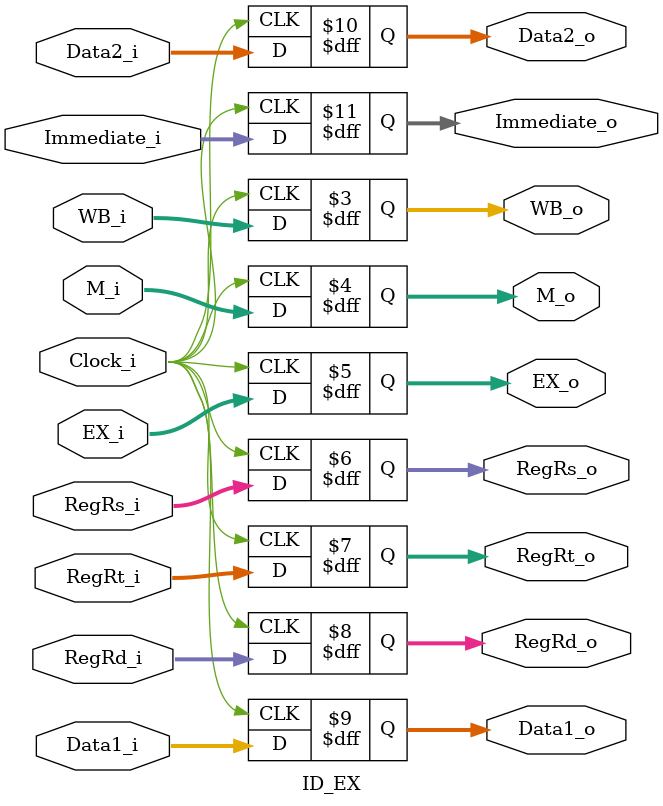
<source format=v>
module ID_EX(
    Clock_i,
    WB_i,
    M_i,
    EX_i,
    Data1_i,
    Data2_i,
    Immediate_i,
    RegRs_i,
    RegRt_i,
    RegRd_i,
    WB_o,
    M_o,
    EX_o,
    Data1_o,
    Data2_o,
    Immediate_o,
    RegRs_o,
    RegRt_o,
    RegRd_o
);

input Clock_i;
input [1:0] WB_i;
input [2:0] M_i;
input [3:0] EX_i;
input [4:0] RegRs_i, RegRt_i, RegRd_i;
input [31:0] Data1_i, Data2_i, Immediate_i;

output [1:0] WB_o;
output [2:0] M_o;
output [3:0] EX_o;
output [4:0] RegRs_o, RegRt_o, RegRd_o;
output [31:0] Data1_o, Data2_o, Immediate_o;

reg [1:0] WB_o;
reg [2:0] M_o;
reg [3:0] EX_o;
reg [4:0] RegRs_o, RegRt_o, RegRd_o;
reg [31:0] Data1_o, Data2_o, Immediate_o;

initial begin
    WB_o = 0;
    M_o = 0;
    EX_o = 0;
    Data1_o = 0;
    Data2_o = 0;
    Immediate_o = 0;
    RegRs_o = 0;
    RegRt_o = 0;
    RegRd_o = 0;
end

always@(posedge Clock_i)
begin

    WB_o <= WB_i;
    M_o <= M_i;
    EX_o <= EX_i;
    Data1_o <= Data1_i;
    Data2_o <= Data2_i;
    Immediate_o <= Immediate_i;
    RegRs_o <= RegRs_i;
    RegRt_o <= RegRt_i;
    RegRd_o <= RegRd_i;
end

endmodule
</source>
